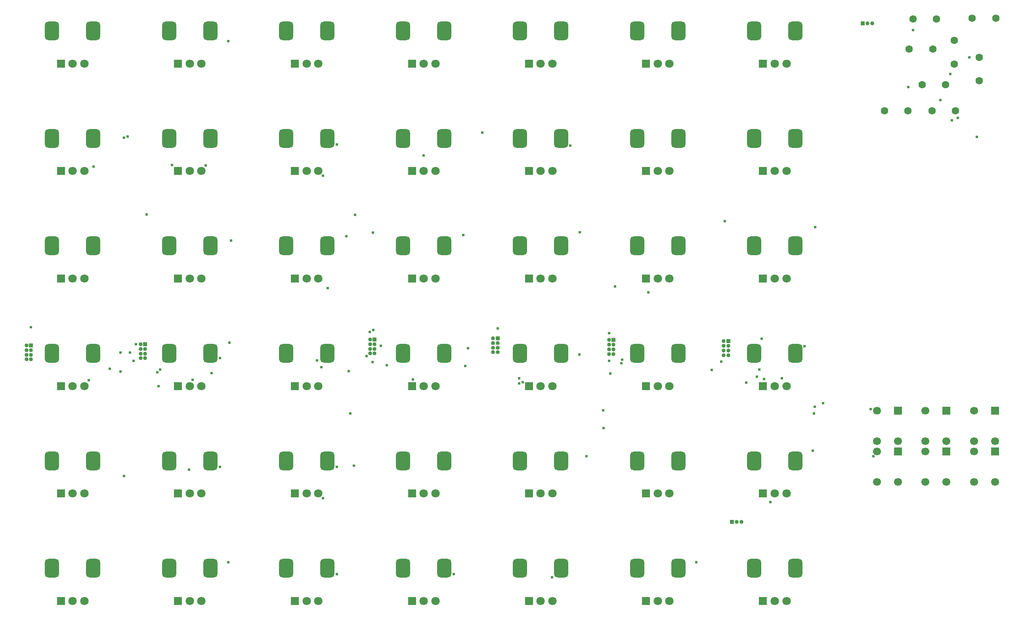
<source format=gbs>
G04 Layer: BottomSolderMaskLayer*
G04 EasyEDA Pro v2.2.35.2, 2025-01-29 23:55:29*
G04 Gerber Generator version 0.3*
G04 Scale: 100 percent, Rotated: No, Reflected: No*
G04 Dimensions in millimeters*
G04 Leading zeros omitted, absolute positions, 4 integers and 5 decimals*
%FSLAX45Y45*%
%MOMM*%
%AMRoundRect*1,1,$1,$2,$3*1,1,$1,$4,$5*1,1,$1,0-$2,0-$3*1,1,$1,0-$4,0-$5*20,1,$1,$2,$3,$4,$5,0*20,1,$1,$4,$5,0-$2,0-$3,0*20,1,$1,0-$2,0-$3,0-$4,0-$5,0*20,1,$1,0-$4,0-$5,$2,$3,0*4,1,4,$2,$3,$4,$5,0-$2,0-$3,0-$4,0-$5,$2,$3,0*%
%ADD10R,1.8X1.8*%
%ADD11C,1.8*%
%ADD12RoundRect,1.5X-0.75X-1.25X-0.75X1.25*%
%ADD13R,0.85X0.85*%
%ADD14C,0.85*%
%ADD15C,1.6*%
%ADD16C,1.7*%
%ADD17R,1.7X1.7*%
%ADD18R,0.8509X0.85*%
%ADD19R,0.85X0.85*%
%ADD20C,0.61*%
G75*


G04 Pad Start*
G54D10*
G01X10893000Y-6215700D03*
G54D11*
G01X11143000Y-6215700D03*
G01X11393000Y-6215700D03*
G54D12*
G01X11583000Y-5515700D03*
G01X10703000Y-5515700D03*
G54D10*
G01X15893000Y-8515700D03*
G54D11*
G01X16143000Y-8515700D03*
G01X16393000Y-8515700D03*
G54D12*
G01X16583000Y-7815700D03*
G01X15703000Y-7815700D03*
G54D10*
G01X5893000Y-1615700D03*
G54D11*
G01X6143000Y-1615700D03*
G01X6393000Y-1615700D03*
G54D12*
G01X6583000Y-915700D03*
G01X5703000Y-915700D03*
G54D10*
G01X8393000Y-8515700D03*
G54D11*
G01X8643000Y-8515700D03*
G01X8893000Y-8515700D03*
G54D12*
G01X9083000Y-7815700D03*
G01X8203000Y-7815700D03*
G54D10*
G01X3393000Y-1615700D03*
G54D11*
G01X3643000Y-1615700D03*
G01X3893000Y-1615700D03*
G54D12*
G01X4083000Y-915700D03*
G01X3203000Y-915700D03*
G54D10*
G01X893000Y-1615700D03*
G54D11*
G01X1143000Y-1615700D03*
G01X1393000Y-1615700D03*
G54D12*
G01X1583000Y-915700D03*
G01X703000Y-915700D03*
G54D13*
G01X2692400Y-7620000D03*
G54D14*
G01X2592400Y-7620000D03*
G01X2692400Y-7720000D03*
G01X2592400Y-7720000D03*
G01X2692400Y-7820000D03*
G01X2592400Y-7820000D03*
G01X2692400Y-7920000D03*
G01X2592400Y-7920000D03*
G54D10*
G01X8393000Y-6215700D03*
G54D11*
G01X8643000Y-6215700D03*
G01X8893000Y-6215700D03*
G54D12*
G01X9083000Y-5515700D03*
G01X8203000Y-5515700D03*
G54D10*
G01X13393000Y-13115700D03*
G54D11*
G01X13643000Y-13115700D03*
G01X13893000Y-13115700D03*
G54D12*
G01X14083000Y-12415700D03*
G01X13203000Y-12415700D03*
G54D10*
G01X13393000Y-10815700D03*
G54D11*
G01X13643000Y-10815700D03*
G01X13893000Y-10815700D03*
G54D12*
G01X14083000Y-10115700D03*
G01X13203000Y-10115700D03*
G54D10*
G01X893000Y-13115700D03*
G54D11*
G01X1143000Y-13115700D03*
G01X1393000Y-13115700D03*
G54D12*
G01X1583000Y-12415700D03*
G01X703000Y-12415700D03*
G54D15*
G01X19507200Y-2628900D03*
G01X20007200Y-2628900D03*
G54D10*
G01X893000Y-6215700D03*
G54D11*
G01X1143000Y-6215700D03*
G01X1393000Y-6215700D03*
G54D12*
G01X1583000Y-5515700D03*
G01X703000Y-5515700D03*
G54D15*
G01X19977100Y-1625600D03*
G01X19977100Y-1117600D03*
G54D10*
G01X3393000Y-10815700D03*
G54D11*
G01X3643000Y-10815700D03*
G01X3893000Y-10815700D03*
G54D12*
G01X4083000Y-10115700D03*
G01X3203000Y-10115700D03*
G54D10*
G01X13393000Y-1615700D03*
G54D11*
G01X13643000Y-1615700D03*
G01X13893000Y-1615700D03*
G54D12*
G01X14083000Y-915700D03*
G01X13203000Y-915700D03*
G54D16*
G01X20850500Y-10568600D03*
G54D17*
G01X20850500Y-9918600D03*
G54D16*
G01X20400500Y-9918600D03*
G01X20400500Y-10568600D03*
G54D13*
G01X10223500Y-7493000D03*
G54D14*
G01X10123500Y-7493000D03*
G01X10223500Y-7593000D03*
G01X10123500Y-7593000D03*
G01X10223500Y-7693000D03*
G01X10123500Y-7693000D03*
G01X10223500Y-7793000D03*
G01X10123500Y-7793000D03*
G54D10*
G01X5893000Y-8515700D03*
G54D11*
G01X6143000Y-8515700D03*
G01X6393000Y-8515700D03*
G54D12*
G01X6583000Y-7815700D03*
G01X5703000Y-7815700D03*
G54D10*
G01X893000Y-3915700D03*
G54D11*
G01X1143000Y-3915700D03*
G01X1393000Y-3915700D03*
G54D12*
G01X1583000Y-3215700D03*
G01X703000Y-3215700D03*
G54D15*
G01X19011900Y-1308100D03*
G01X19519900Y-1308100D03*
G54D10*
G01X13393000Y-6215700D03*
G54D11*
G01X13643000Y-6215700D03*
G01X13893000Y-6215700D03*
G54D12*
G01X14083000Y-5515700D03*
G01X13203000Y-5515700D03*
G54D10*
G01X15893000Y-1615700D03*
G54D11*
G01X16143000Y-1615700D03*
G01X16393000Y-1615700D03*
G54D12*
G01X16583000Y-915700D03*
G01X15703000Y-915700D03*
G54D10*
G01X10893000Y-13115700D03*
G54D11*
G01X11143000Y-13115700D03*
G01X11393000Y-13115700D03*
G54D12*
G01X11583000Y-12415700D03*
G01X10703000Y-12415700D03*
G54D10*
G01X8393000Y-13115700D03*
G54D11*
G01X8643000Y-13115700D03*
G01X8893000Y-13115700D03*
G54D12*
G01X9083000Y-12415700D03*
G01X8203000Y-12415700D03*
G54D10*
G01X8393000Y-1615700D03*
G54D11*
G01X8643000Y-1615700D03*
G01X8893000Y-1615700D03*
G54D12*
G01X9083000Y-915700D03*
G01X8203000Y-915700D03*
G54D16*
G01X19812000Y-10568600D03*
G54D17*
G01X19812000Y-9918600D03*
G54D16*
G01X19362000Y-9918600D03*
G01X19362000Y-10568600D03*
G54D13*
G01X7594600Y-7518400D03*
G54D14*
G01X7494600Y-7518400D03*
G01X7594600Y-7618400D03*
G01X7494600Y-7618400D03*
G01X7594600Y-7718400D03*
G01X7494600Y-7718400D03*
G01X7594600Y-7818400D03*
G01X7494600Y-7818400D03*
G54D10*
G01X13393000Y-8515700D03*
G54D11*
G01X13643000Y-8515700D03*
G01X13893000Y-8515700D03*
G54D12*
G01X14083000Y-7815700D03*
G01X13203000Y-7815700D03*
G54D10*
G01X893000Y-10815700D03*
G54D11*
G01X1143000Y-10815700D03*
G01X1393000Y-10815700D03*
G54D12*
G01X1583000Y-10115700D03*
G01X703000Y-10115700D03*
G54D13*
G01X15151100Y-7556500D03*
G54D14*
G01X15051100Y-7556500D03*
G01X15151100Y-7656500D03*
G01X15051100Y-7656500D03*
G01X15151100Y-7756500D03*
G01X15051100Y-7756500D03*
G01X15151100Y-7856500D03*
G01X15051100Y-7856500D03*
G54D10*
G01X5893000Y-6215700D03*
G54D11*
G01X6143000Y-6215700D03*
G01X6393000Y-6215700D03*
G54D12*
G01X6583000Y-5515700D03*
G01X5703000Y-5515700D03*
G54D10*
G01X3393000Y-6215700D03*
G54D11*
G01X3643000Y-6215700D03*
G01X3893000Y-6215700D03*
G54D12*
G01X4083000Y-5515700D03*
G01X3203000Y-5515700D03*
G54D19*
G01X15228000Y-11424700D03*
G54D14*
G01X15328000Y-11424700D03*
G01X15428000Y-11424700D03*
G54D10*
G01X15893000Y-3915700D03*
G54D11*
G01X16143000Y-3915700D03*
G01X16393000Y-3915700D03*
G54D12*
G01X16583000Y-3215700D03*
G01X15703000Y-3215700D03*
G54D10*
G01X10893000Y-1615700D03*
G54D11*
G01X11143000Y-1615700D03*
G01X11393000Y-1615700D03*
G54D12*
G01X11583000Y-915700D03*
G01X10703000Y-915700D03*
G54D16*
G01X18773500Y-10568600D03*
G54D17*
G01X18773500Y-9918600D03*
G54D16*
G01X18323500Y-9918600D03*
G01X18323500Y-10568600D03*
G01X20850500Y-9692400D03*
G54D17*
G01X20850500Y-9042400D03*
G54D16*
G01X20400500Y-9042400D03*
G01X20400500Y-9692400D03*
G54D10*
G01X15893000Y-13115700D03*
G54D11*
G01X16143000Y-13115700D03*
G01X16393000Y-13115700D03*
G54D12*
G01X16583000Y-12415700D03*
G01X15703000Y-12415700D03*
G54D10*
G01X15893000Y-6215700D03*
G54D11*
G01X16143000Y-6215700D03*
G01X16393000Y-6215700D03*
G54D12*
G01X16583000Y-5515700D03*
G01X15703000Y-5515700D03*
G54D10*
G01X3393000Y-3915700D03*
G54D11*
G01X3643000Y-3915700D03*
G01X3893000Y-3915700D03*
G54D12*
G01X4083000Y-3215700D03*
G01X3203000Y-3215700D03*
G54D10*
G01X3393000Y-13115700D03*
G54D11*
G01X3643000Y-13115700D03*
G01X3893000Y-13115700D03*
G54D12*
G01X4083000Y-12415700D03*
G01X3203000Y-12415700D03*
G54D16*
G01X19812000Y-9692400D03*
G54D17*
G01X19812000Y-9042400D03*
G54D16*
G01X19362000Y-9042400D03*
G01X19362000Y-9692400D03*
G54D10*
G01X15893000Y-10815700D03*
G54D11*
G01X16143000Y-10815700D03*
G01X16393000Y-10815700D03*
G54D12*
G01X16583000Y-10115700D03*
G01X15703000Y-10115700D03*
G54D15*
G01X20358100Y-647700D03*
G01X20866100Y-647700D03*
G54D13*
G01X254000Y-7645400D03*
G54D14*
G01X154000Y-7645400D03*
G01X254000Y-7745400D03*
G01X154000Y-7745400D03*
G01X254000Y-7845400D03*
G01X154000Y-7845400D03*
G01X254000Y-7945400D03*
G01X154000Y-7945400D03*
G54D10*
G01X10893000Y-3915700D03*
G54D11*
G01X11143000Y-3915700D03*
G01X11393000Y-3915700D03*
G54D12*
G01X11583000Y-3215700D03*
G01X10703000Y-3215700D03*
G54D15*
G01X19789200Y-2067400D03*
G01X19289200Y-2067400D03*
G01X19100800Y-660400D03*
G01X19600800Y-660400D03*
G01X18491200Y-2628900D03*
G01X18991200Y-2628900D03*
G54D10*
G01X5893000Y-3915700D03*
G54D11*
G01X6143000Y-3915700D03*
G01X6393000Y-3915700D03*
G54D12*
G01X6583000Y-3215700D03*
G01X5703000Y-3215700D03*
G54D10*
G01X10893000Y-8515700D03*
G54D11*
G01X11143000Y-8515700D03*
G01X11393000Y-8515700D03*
G54D12*
G01X11583000Y-7815700D03*
G01X10703000Y-7815700D03*
G54D19*
G01X18022000Y-756700D03*
G54D14*
G01X18122000Y-756700D03*
G01X18222000Y-756700D03*
G54D10*
G01X5893000Y-13115700D03*
G54D11*
G01X6143000Y-13115700D03*
G01X6393000Y-13115700D03*
G54D12*
G01X6583000Y-12415700D03*
G01X5703000Y-12415700D03*
G54D10*
G01X3393000Y-8515700D03*
G54D11*
G01X3643000Y-8515700D03*
G01X3893000Y-8515700D03*
G54D12*
G01X4083000Y-7815700D03*
G01X3203000Y-7815700D03*
G54D10*
G01X8393000Y-10815700D03*
G54D11*
G01X8643000Y-10815700D03*
G01X8893000Y-10815700D03*
G54D12*
G01X9083000Y-10115700D03*
G01X8203000Y-10115700D03*
G54D16*
G01X18773500Y-9692400D03*
G54D17*
G01X18773500Y-9042400D03*
G54D16*
G01X18323500Y-9042400D03*
G01X18323500Y-9692400D03*
G54D10*
G01X10893000Y-10815700D03*
G54D11*
G01X11143000Y-10815700D03*
G01X11393000Y-10815700D03*
G54D12*
G01X11583000Y-10115700D03*
G01X10703000Y-10115700D03*
G54D10*
G01X8393000Y-3915700D03*
G54D11*
G01X8643000Y-3915700D03*
G01X8893000Y-3915700D03*
G54D12*
G01X9083000Y-3215700D03*
G01X8203000Y-3215700D03*
G54D13*
G01X12700000Y-7531100D03*
G54D14*
G01X12600000Y-7531100D03*
G01X12700000Y-7631100D03*
G01X12600000Y-7631100D03*
G01X12700000Y-7731100D03*
G01X12600000Y-7731100D03*
G01X12700000Y-7831100D03*
G01X12600000Y-7831100D03*
G54D15*
G01X20510500Y-1981200D03*
G01X20510500Y-1481200D03*
G54D10*
G01X893000Y-8515700D03*
G54D11*
G01X1143000Y-8515700D03*
G01X1393000Y-8515700D03*
G54D12*
G01X1583000Y-7815700D03*
G01X703000Y-7815700D03*
G54D10*
G01X13393000Y-3915700D03*
G54D11*
G01X13643000Y-3915700D03*
G01X13893000Y-3915700D03*
G54D12*
G01X14083000Y-3215700D03*
G01X13203000Y-3215700D03*
G54D10*
G01X5893000Y-10815700D03*
G54D11*
G01X6143000Y-10815700D03*
G01X6393000Y-10815700D03*
G54D12*
G01X6583000Y-10115700D03*
G01X5703000Y-10115700D03*
G04 Pad End*

G04 Via Start*
G54D20*
G01X18999200Y-2120900D03*
G01X19100800Y-901700D03*
G01X17007500Y-5118100D03*
G01X15864500Y-7505700D03*
G01X15813700Y-8166100D03*
G01X3984300Y-3792900D03*
G01X3266000Y-3788700D03*
G01X1585900Y-3818300D03*
G01X6453000Y-8109300D03*
G01X4111300Y-8240500D03*
G01X3012000Y-8160100D03*
G01X1484300Y-8392900D03*
G01X7072200Y-9099900D03*
G01X7148400Y-10217500D03*
G01X16052500Y-11000600D03*
G01X4471100Y-1133100D03*
G01X20058000Y-2781300D03*
G01X20464400Y-3187700D03*
G01X254000Y-7257100D03*
G01X12882100Y-7950200D03*
G01X12602700Y-7975600D03*
G01X7857700Y-8072400D03*
G01X7044900Y-8199400D03*
G01X2955500Y-8224800D03*
G01X1939500Y-8148600D03*
G01X3708400Y-8382000D03*
G01X2490800Y-7618400D03*
G01X2719400Y-4839300D03*
G01X2440000Y-7972400D03*
G01X2973400Y-8515700D03*
G01X3632200Y-10307600D03*
G01X11965000Y-7843800D03*
G01X16994200Y-8961400D03*
G01X7728600Y-7652100D03*
G01X7418400Y-7874000D03*
G01X7545400Y-8001000D03*
G01X7489200Y-7356100D03*
G01X7569200Y-7312000D03*
G01X7558100Y-5229200D03*
G01X7177100Y-4848200D03*
G01X8409000Y-8377200D03*
G01X12473000Y-9037600D03*
G01X17172000Y-8885200D03*
G01X18188000Y-9012200D03*
G01X10228600Y-7282500D03*
G01X10756900Y-8431200D03*
G01X10682300Y-8456600D03*
G01X10682300Y-8351800D03*
G01X12485700Y-9418600D03*
G01X16956100Y-9901200D03*
G01X12601600Y-7384100D03*
G01X12627000Y-8250300D03*
G01X12862500Y-8026400D03*
G01X15076500Y-4991100D03*
G01X15913100Y-8366100D03*
G01X15533700Y-8442300D03*
G01X15762300Y-8313700D03*
G01X18251500Y-10015500D03*
G01X6789100Y-3341300D03*
G01X6494600Y-4017300D03*
G01X6992300Y-5311100D03*
G01X6596200Y-6418900D03*
G01X6367600Y-7968300D03*
G01X6789100Y-10241300D03*
G01X6494600Y-10917300D03*
G01X6789100Y-12541300D03*
G01X4493900Y-7587300D03*
G01X4290700Y-7917500D03*
G01X4528000Y-5402900D03*
G01X4289100Y-10241300D03*
G01X4466900Y-12287300D03*
G01X9528000Y-8083900D03*
G01X9593900Y-7702900D03*
G01X9289100Y-12541300D03*
G01X9492300Y-5285700D03*
G01X8639000Y-3585500D03*
G01X9898700Y-3087300D03*
G01X11778300Y-3366700D03*
G01X11981500Y-5220900D03*
G01X12119300Y-10012700D03*
G01X11386500Y-12608800D03*
G01X12728900Y-6383200D03*
G01X13440100Y-6510200D03*
G01X14797100Y-8169900D03*
G01X16295700Y-8347700D03*
G01X16977200Y-9099900D03*
G01X14466900Y-12287300D03*
G01X19685000Y-2400300D03*
G01X19890800Y-1838800D03*
G01X20299300Y-1481200D03*
G01X14997500Y-7992100D03*
G01X16775500Y-7661900D03*
G01X2319700Y-3174900D03*
G01X2370500Y-7797700D03*
G01X2167300Y-8203700D03*
G01X2243500Y-3199900D03*
G01X2167300Y-7800300D03*
G01X2243500Y-10441900D03*
G01X19923500Y-2832100D03*
G04 Via End*

M02*


</source>
